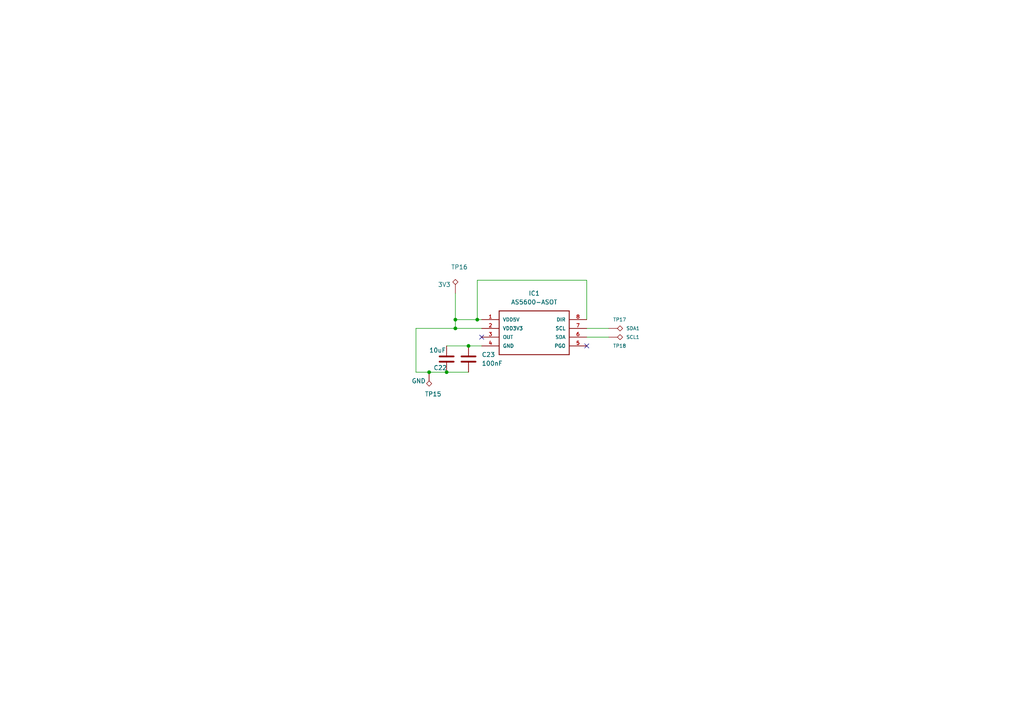
<source format=kicad_sch>
(kicad_sch (version 20211123) (generator eeschema)
  (paper "A4")
  (title_block (title "MUSHAK_PCB") (date "9 Aug 2022") (company "SRA-VJTI") (comment 1 "Designed by - Chinmay Lonkar"))
  (lib_symbols
    (symbol "AS5600-ASOT:AS5600-ASOT" (pin_names (offset 1.016))
      (property "Reference" "IC" (at 6.35 5.08 0))
      (property "Value" "AS5600-ASOT" (at 6.35 -12.7 0))
      (symbol "AS5600-ASOT_0_0"
        (polyline (pts (xy 5.08 2.54) (xy 5.08 -10.16)) (stroke (width 0.254)))
        (polyline (pts (xy 5.08 2.54) (xy 25.4 2.54)) (stroke (width 0.254)))
        (polyline (pts (xy 25.4 -10.16) (xy 5.08 -10.16)) (stroke (width 0.254)))
        (polyline (pts (xy 25.4 -10.16) (xy 25.4 2.54)) (stroke (width 0.254)))
        (pin bidirectional line (at 0 0 0) (length 5.08) (name "VDD5V") (number "1"))
        (pin bidirectional line (at 0 -2.54 0) (length 5.08) (name "VDD3V3") (number "2"))
        (pin bidirectional line (at 0 -5.08 0) (length 5.08) (name "OUT") (number "3"))
        (pin bidirectional line (at 0 -7.62 0) (length 5.08) (name "GND") (number "4"))
        (pin bidirectional line (at 30.48 -7.62 180) (length 5.08) (name "PGO") (number "5"))
        (pin bidirectional line (at 30.48 -5.08 180) (length 5.08) (name "SDA") (number "6"))
        (pin bidirectional line (at 30.48 -2.54 180) (length 5.08) (name "SCL") (number "7"))
        (pin bidirectional line (at 30.48 0 180) (length 5.08) (name "DIR") (number "8"))
      )
    )
    (symbol "Connector:TestPoint_Alt" (pin_numbers hide) (pin_names (offset 0.762) hide)
      (property "Reference" "TP" (at 0 6.858 0))
      (property "Value" "TestPoint_Alt" (at 0 5.08 0))
      (symbol "TestPoint_Alt_0_1"
        (polyline (pts (xy 0 2.54) (xy -0.762 3.302) (xy 0 4.064) (xy 0.762 3.302) (xy 0 2.54)))
      )
      (symbol "TestPoint_Alt_1_1"
        (pin passive line (at 0 0 90) (length 2.54) (name "1") (number "1"))
      )
    )
    (symbol "Device:C" (pin_numbers hide) (pin_names (offset 0.254))
      (property "Reference" "C" (at 0.635 2.54 0))
      (property "Value" "C" (at 0.635 -2.54 0))
      (symbol "C_0_1"
        (polyline (pts (xy -2.032 -0.762) (xy 2.032 -0.762)) (stroke (width 0.508)))
        (polyline (pts (xy -2.032 0.762) (xy 2.032 0.762)) (stroke (width 0.508)))
      )
      (symbol "C_1_1"
        (pin passive line (at 0 3.81 270) (length 2.794) (name "~") (number "1"))
        (pin passive line (at 0 -3.81 90) (length 2.794) (name "~") (number "2"))
      )
    )
  )
  (junction (at 124.46 107.95))
  (junction (at 138.43 92.71))
  (junction (at 135.89 100.33))
  (junction (at 132.08 95.25))
  (junction (at 132.08 92.71))
  (junction (at 129.54 107.95))
  (no_connect (at 170.18 100.33))
  (no_connect (at 139.7 97.79))
  (wire (pts (xy 170.18 95.25) (xy 176.53 95.25)))
  (wire (pts (xy 170.18 81.28) (xy 170.18 92.71)))
  (wire (pts (xy 135.89 100.33) (xy 139.7 100.33)))
  (wire (pts (xy 138.43 92.71) (xy 139.7 92.71)))
  (wire (pts (xy 138.43 81.28) (xy 138.43 92.71)))
  (wire (pts (xy 129.54 107.95) (xy 135.89 107.95)))
  (wire (pts (xy 132.08 95.25) (xy 120.65 95.25)))
  (wire (pts (xy 132.08 85.09) (xy 132.08 92.71)))
  (wire (pts (xy 124.46 107.95) (xy 129.54 107.95)))
  (wire (pts (xy 132.08 92.71) (xy 138.43 92.71)))
  (wire (pts (xy 120.65 95.25) (xy 120.65 107.95)))
  (wire (pts (xy 170.18 81.28) (xy 138.43 81.28)))
  (wire (pts (xy 170.18 97.79) (xy 176.53 97.79)))
  (wire (pts (xy 132.08 95.25) (xy 139.7 95.25)))
  (wire (pts (xy 120.65 107.95) (xy 124.46 107.95)))
  (wire (pts (xy 129.54 100.33) (xy 135.89 100.33)))
  (wire (pts (xy 132.08 92.71) (xy 132.08 95.25)))
  (symbol (lib_id "Connector:TestPoint_Alt") (at 132.08 85.09 0) (unit 1)
    (property "Reference" "TP16" (at 130.81 77.47 0) (effects (justify left)))
    (property "Value" "3V3" (at 127 82.55 0) (effects (justify left)))
  )
  (symbol (lib_id "AS5600-ASOT:AS5600-ASOT") (at 139.7 92.71 0) (unit 1)
    (property "Reference" "IC1" (at 154.94 85.09 0))
    (property "Value" "AS5600-ASOT" (at 154.94 87.63 0))
    (property "Footprint" "SOIC127P600X175-8N" (effects hide))
    (property "MANUFACTURER_PART_NUMBER" "AS5600-ASOT" (effects hide))
    (property "MANUFACTURER_NAME" "ams" (effects hide))
    (property "MOUSER_PRICE-STOCK" "https://www.mouser.co.uk/ProductDetail/ams/AS5600-ASOT?qs=KTMMzrZdriGJpjhsnAEYBA%3D%3D" (effects hide))
    (property "MOUSER_PART_NUMBER" "985-AS5600-ASOT" (effects hide))
    (property "DESCRIPTION" "Board Mount Hall Effect / Magnetic Sensors AS5600 Magnetic Sensor 12-Bit" (effects hide))
    (property "ARROW_PART_NUMBER" "AS5600-ASOT" (effects hide))
    (property "ARROW_PRICE-STOCK" "https://www.arrow.com/en/products/as5600-asot/ams-ag?region=nac" (effects hide))
    (property "HEIGHT" "1.75mm" (effects hide))
  )
  (symbol (lib_id "Connector:TestPoint_Alt") (at 176.53 97.79 270) (unit 1)
    (property "Reference" "TP18" (at 177.8 100.33 90) (effects (font (size 1 1)) (justify left)))
    (property "Value" "SCL1" (at 181.61 97.79 90) (effects (font (size 1 1)) (justify left)))
  )
  (symbol (lib_id "Device:C") (at 135.89 104.14 0) (unit 1)
    (property "Reference" "C23" (at 139.7 102.8699 0) (effects (justify left)))
    (property "Value" "100nF" (at 139.7 105.4099 0) (effects (justify left)))
  )
  (symbol (lib_id "Connector:TestPoint_Alt") (at 124.46 107.95 180) (unit 1)
    (property "Reference" "TP15" (at 123.19 114.3 0) (effects (justify right)))
    (property "Value" "GND" (at 119.38 110.49 0) (effects (justify right)))
  )
  (symbol (lib_id "Connector:TestPoint_Alt") (at 176.53 95.25 270) (unit 1)
    (property "Reference" "TP17" (at 177.8 92.71 90) (effects (font (size 1 1)) (justify left)))
    (property "Value" "SDA1" (at 181.61 95.25 90) (effects (font (size 1 1)) (justify left)))
  )
  (symbol (lib_id "Device:C") (at 129.54 104.14 0) (unit 1)
    (property "Reference" "C22" (at 125.73 106.68 0) (effects (justify left)))
    (property "Value" "10uF" (at 124.46 101.6 0) (effects (justify left)))
  )
)
</source>
